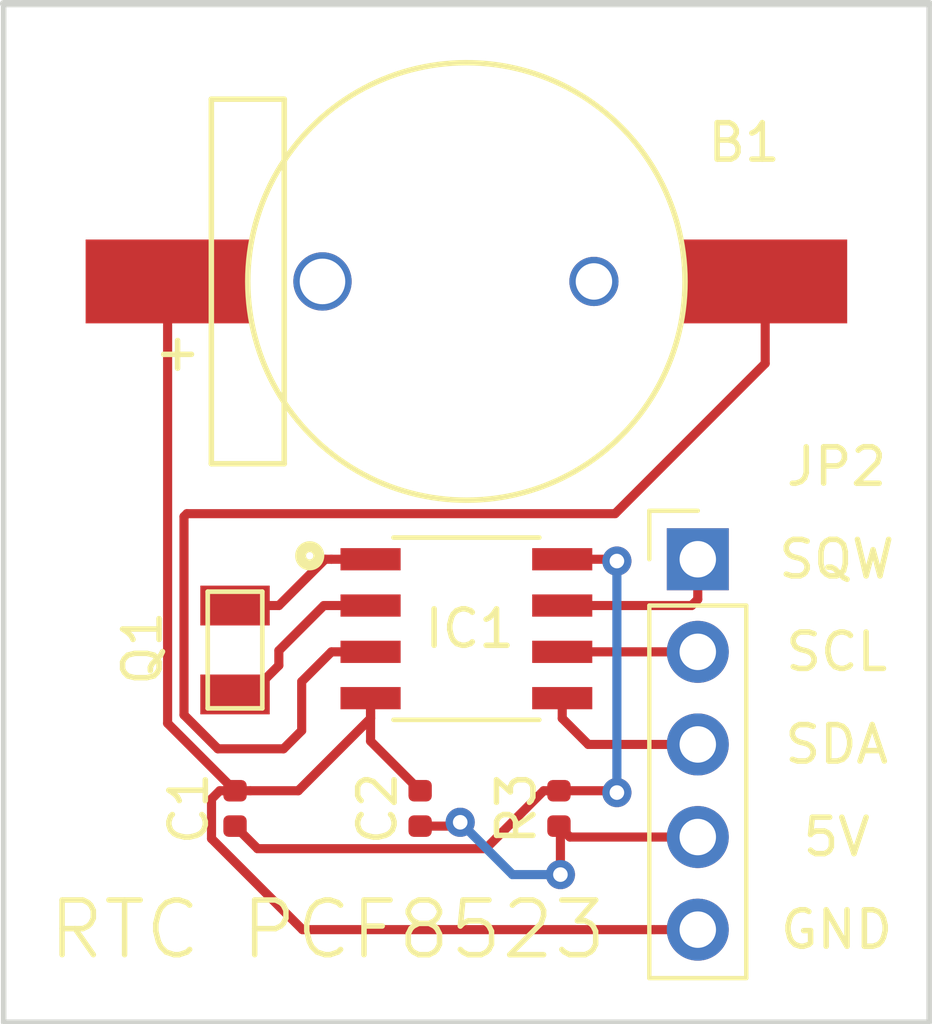
<source format=kicad_pcb>
(kicad_pcb (version 20171130) (host pcbnew "(5.0.0)")

  (general
    (thickness 1.6)
    (drawings 10)
    (tracks 66)
    (zones 0)
    (modules 7)
    (nets 10)
  )

  (page A4)
  (layers
    (0 F.Cu signal)
    (1 In1.Cu power)
    (2 In2.Cu power)
    (31 B.Cu signal)
    (32 B.Adhes user)
    (33 F.Adhes user)
    (34 B.Paste user)
    (35 F.Paste user)
    (36 B.SilkS user)
    (37 F.SilkS user)
    (38 B.Mask user)
    (39 F.Mask user)
    (40 Dwgs.User user)
    (41 Cmts.User user)
    (42 Eco1.User user)
    (43 Eco2.User user)
    (44 Edge.Cuts user)
    (45 Margin user)
    (46 B.CrtYd user hide)
    (47 F.CrtYd user hide)
    (48 B.Fab user)
    (49 F.Fab user hide)
  )

  (setup
    (last_trace_width 0.25)
    (trace_clearance 0.2)
    (zone_clearance 0.508)
    (zone_45_only no)
    (trace_min 0.2)
    (segment_width 0.2)
    (edge_width 0.15)
    (via_size 0.8)
    (via_drill 0.4)
    (via_min_size 0.4)
    (via_min_drill 0.3)
    (uvia_size 0.3)
    (uvia_drill 0.1)
    (uvias_allowed no)
    (uvia_min_size 0.2)
    (uvia_min_drill 0.1)
    (pcb_text_width 0.3)
    (pcb_text_size 1.5 1.5)
    (mod_edge_width 0.15)
    (mod_text_size 1 1)
    (mod_text_width 0.15)
    (pad_size 1.524 1.524)
    (pad_drill 0.762)
    (pad_to_mask_clearance 0.2)
    (aux_axis_origin 0 0)
    (visible_elements 7FFFFFFF)
    (pcbplotparams
      (layerselection 0x010fc_ffffffff)
      (usegerberextensions false)
      (usegerberattributes false)
      (usegerberadvancedattributes false)
      (creategerberjobfile false)
      (excludeedgelayer true)
      (linewidth 0.100000)
      (plotframeref false)
      (viasonmask false)
      (mode 1)
      (useauxorigin false)
      (hpglpennumber 1)
      (hpglpenspeed 20)
      (hpglpendiameter 15.000000)
      (psnegative false)
      (psa4output false)
      (plotreference true)
      (plotvalue true)
      (plotinvisibletext false)
      (padsonsilk false)
      (subtractmaskfromsilk false)
      (outputformat 1)
      (mirror false)
      (drillshape 1)
      (scaleselection 1)
      (outputdirectory ""))
  )

  (net 0 "")
  (net 1 GND)
  (net 2 "Net-(C1-Pad1)")
  (net 3 VCC)
  (net 4 "Net-(IC1-Pad1)")
  (net 5 "Net-(IC1-Pad2)")
  (net 6 /SDA)
  (net 7 /SCL)
  (net 8 /SQW)
  (net 9 "Net-(B1-Pad2)")

  (net_class Default "This is the default net class."
    (clearance 0.2)
    (trace_width 0.25)
    (via_dia 0.8)
    (via_drill 0.4)
    (uvia_dia 0.3)
    (uvia_drill 0.1)
    (add_net /SCL)
    (add_net /SDA)
    (add_net /SQW)
    (add_net GND)
    (add_net "Net-(B1-Pad2)")
    (add_net "Net-(C1-Pad1)")
    (add_net "Net-(IC1-Pad1)")
    (add_net "Net-(IC1-Pad2)")
    (add_net VCC)
  )

  (module SOIC127P600X175-8N:SOIC127P600X175-8N (layer F.Cu) (tedit 5BC7FE68) (tstamp 5BC80A63)
    (at 128.27 109.855)
    (path /22F7723E)
    (attr smd)
    (fp_text reference IC1 (at 0.09 0) (layer F.SilkS)
      (effects (font (size 1 1) (thickness 0.15)))
    )
    (fp_text value RTC_PCF8523T (at -1.27 4.19712) (layer F.Fab)
      (effects (font (size 1 1) (thickness 0.15)))
    )
    (fp_circle (center -4.3 -2) (end -4.2 -2) (layer Dwgs.User) (width 0.3))
    (fp_circle (center -4.3 -2) (end -4.2 -2) (layer F.SilkS) (width 0.3))
    (fp_line (start -3.71 2.75) (end -3.71 -2.75) (layer Eco1.User) (width 0.05))
    (fp_line (start 3.71 2.75) (end -3.71 2.75) (layer Eco1.User) (width 0.05))
    (fp_line (start 3.71 -2.75) (end 3.71 2.75) (layer Eco1.User) (width 0.05))
    (fp_line (start -3.71 -2.75) (end 3.71 -2.75) (layer Eco1.User) (width 0.05))
    (fp_line (start 2 2.5) (end -2 2.5) (layer F.SilkS) (width 0.127))
    (fp_line (start -2 -2.5) (end 2 -2.5) (layer F.SilkS) (width 0.127))
    (fp_line (start -2 2.5) (end -2 -2.5) (layer Dwgs.User) (width 0.127))
    (fp_line (start 2 2.5) (end -2 2.5) (layer Dwgs.User) (width 0.127))
    (fp_line (start 2 -2.5) (end 2 2.5) (layer Dwgs.User) (width 0.127))
    (fp_line (start -2 -2.5) (end 2 -2.5) (layer Dwgs.User) (width 0.127))
    (pad 8 smd rect (at 2.63 -1.905) (size 1.65 0.61) (layers F.Cu F.Paste F.Mask)
      (net 2 "Net-(C1-Pad1)"))
    (pad 7 smd rect (at 2.63 -0.635) (size 1.65 0.61) (layers F.Cu F.Paste F.Mask)
      (net 8 /SQW))
    (pad 6 smd rect (at 2.63 0.635) (size 1.65 0.61) (layers F.Cu F.Paste F.Mask)
      (net 7 /SCL))
    (pad 5 smd rect (at 2.63 1.905) (size 1.65 0.61) (layers F.Cu F.Paste F.Mask)
      (net 6 /SDA))
    (pad 4 smd rect (at -2.63 1.905) (size 1.65 0.61) (layers F.Cu F.Paste F.Mask)
      (net 1 GND))
    (pad 3 smd rect (at -2.63 0.635) (size 1.65 0.61) (layers F.Cu F.Paste F.Mask)
      (net 9 "Net-(B1-Pad2)"))
    (pad 2 smd rect (at -2.63 -0.635) (size 1.65 0.61) (layers F.Cu F.Paste F.Mask)
      (net 5 "Net-(IC1-Pad2)"))
    (pad 1 smd rect (at -2.63 -1.905) (size 1.65 0.61) (layers F.Cu F.Paste F.Mask)
      (net 4 "Net-(IC1-Pad1)"))
  )

  (module Connector_PinHeader_2.54mm:PinHeader_1x05_P2.54mm_Vertical (layer F.Cu) (tedit 5BC40ADB) (tstamp 5BBEE4A9)
    (at 134.62 107.95)
    (descr "Through hole straight pin header, 1x05, 2.54mm pitch, single row")
    (tags "Through hole pin header THT 1x05 2.54mm single row")
    (path /BAFA783C)
    (fp_text reference JP2 (at 3.81 -2.54) (layer F.SilkS)
      (effects (font (size 1 1) (thickness 0.15)))
    )
    (fp_text value HEADER-1X576MIL (at -2.54 5.08 90) (layer F.Fab)
      (effects (font (size 1 1) (thickness 0.15)))
    )
    (fp_text user %R (at 0 5.08 90) (layer F.Fab)
      (effects (font (size 1 1) (thickness 0.15)))
    )
    (fp_line (start 1.8 -1.8) (end -1.8 -1.8) (layer F.CrtYd) (width 0.05))
    (fp_line (start 1.8 11.95) (end 1.8 -1.8) (layer F.CrtYd) (width 0.05))
    (fp_line (start -1.8 11.95) (end 1.8 11.95) (layer F.CrtYd) (width 0.05))
    (fp_line (start -1.8 -1.8) (end -1.8 11.95) (layer F.CrtYd) (width 0.05))
    (fp_line (start -1.33 -1.33) (end 0 -1.33) (layer F.SilkS) (width 0.12))
    (fp_line (start -1.33 0) (end -1.33 -1.33) (layer F.SilkS) (width 0.12))
    (fp_line (start -1.33 1.27) (end 1.33 1.27) (layer F.SilkS) (width 0.12))
    (fp_line (start 1.33 1.27) (end 1.33 11.49) (layer F.SilkS) (width 0.12))
    (fp_line (start -1.33 1.27) (end -1.33 11.49) (layer F.SilkS) (width 0.12))
    (fp_line (start -1.33 11.49) (end 1.33 11.49) (layer F.SilkS) (width 0.12))
    (fp_line (start -1.27 -0.635) (end -0.635 -1.27) (layer F.Fab) (width 0.1))
    (fp_line (start -1.27 11.43) (end -1.27 -0.635) (layer F.Fab) (width 0.1))
    (fp_line (start 1.27 11.43) (end -1.27 11.43) (layer F.Fab) (width 0.1))
    (fp_line (start 1.27 -1.27) (end 1.27 11.43) (layer F.Fab) (width 0.1))
    (fp_line (start -0.635 -1.27) (end 1.27 -1.27) (layer F.Fab) (width 0.1))
    (pad 5 thru_hole oval (at 0 10.16) (size 1.7 1.7) (drill 1) (layers *.Cu *.Mask)
      (net 1 GND))
    (pad 4 thru_hole oval (at 0 7.62) (size 1.7 1.7) (drill 1) (layers *.Cu *.Mask)
      (net 3 VCC))
    (pad 3 thru_hole oval (at 0 5.08) (size 1.7 1.7) (drill 1) (layers *.Cu *.Mask)
      (net 6 /SDA))
    (pad 2 thru_hole oval (at 0 2.54) (size 1.7 1.7) (drill 1) (layers *.Cu *.Mask)
      (net 7 /SCL))
    (pad 1 thru_hole rect (at 0 0) (size 1.7 1.7) (drill 1) (layers *.Cu *.Mask)
      (net 8 /SQW))
    (model ${KISYS3DMOD}/Connector_PinHeader_2.54mm.3dshapes/PinHeader_1x05_P2.54mm_Vertical.wrl
      (at (xyz 0 0 0))
      (scale (xyz 1 1 1))
      (rotate (xyz 0 0 0))
    )
  )

  (module Capacitor_SMD:C_0402_1005Metric (layer F.Cu) (tedit 5B301BBE) (tstamp 5BC80355)
    (at 121.92 114.785 90)
    (descr "Capacitor SMD 0402 (1005 Metric), square (rectangular) end terminal, IPC_7351 nominal, (Body size source: http://www.tortai-tech.com/upload/download/2011102023233369053.pdf), generated with kicad-footprint-generator")
    (tags capacitor)
    (path /E7D47EA7)
    (attr smd)
    (fp_text reference C1 (at 0 -1.27 270) (layer F.SilkS)
      (effects (font (size 1 1) (thickness 0.15)))
    )
    (fp_text value 10uF (at 2.54 0 180) (layer F.Fab)
      (effects (font (size 1 1) (thickness 0.15)))
    )
    (fp_text user %R (at 0 0 180) (layer F.Fab)
      (effects (font (size 0.25 0.25) (thickness 0.04)))
    )
    (fp_line (start 0.93 0.47) (end -0.93 0.47) (layer F.CrtYd) (width 0.05))
    (fp_line (start 0.93 -0.47) (end 0.93 0.47) (layer F.CrtYd) (width 0.05))
    (fp_line (start -0.93 -0.47) (end 0.93 -0.47) (layer F.CrtYd) (width 0.05))
    (fp_line (start -0.93 0.47) (end -0.93 -0.47) (layer F.CrtYd) (width 0.05))
    (fp_line (start 0.5 0.25) (end -0.5 0.25) (layer F.Fab) (width 0.1))
    (fp_line (start 0.5 -0.25) (end 0.5 0.25) (layer F.Fab) (width 0.1))
    (fp_line (start -0.5 -0.25) (end 0.5 -0.25) (layer F.Fab) (width 0.1))
    (fp_line (start -0.5 0.25) (end -0.5 -0.25) (layer F.Fab) (width 0.1))
    (pad 2 smd roundrect (at 0.485 0 90) (size 0.59 0.64) (layers F.Cu F.Paste F.Mask) (roundrect_rratio 0.25)
      (net 1 GND))
    (pad 1 smd roundrect (at -0.485 0 90) (size 0.59 0.64) (layers F.Cu F.Paste F.Mask) (roundrect_rratio 0.25)
      (net 2 "Net-(C1-Pad1)"))
    (model ${KISYS3DMOD}/Capacitor_SMD.3dshapes/C_0402_1005Metric.wrl
      (at (xyz 0 0 0))
      (scale (xyz 1 1 1))
      (rotate (xyz 0 0 0))
    )
  )

  (module Capacitor_SMD:C_0402_1005Metric (layer F.Cu) (tedit 5B301BBE) (tstamp 5BC80A01)
    (at 127 114.785 90)
    (descr "Capacitor SMD 0402 (1005 Metric), square (rectangular) end terminal, IPC_7351 nominal, (Body size source: http://www.tortai-tech.com/upload/download/2011102023233369053.pdf), generated with kicad-footprint-generator")
    (tags capacitor)
    (path /8350CC17)
    (attr smd)
    (fp_text reference C2 (at 0 -1.17 90) (layer F.SilkS)
      (effects (font (size 1 1) (thickness 0.15)))
    )
    (fp_text value 10uF (at 0 1.17 90) (layer F.Fab)
      (effects (font (size 1 1) (thickness 0.15)))
    )
    (fp_line (start -0.5 0.25) (end -0.5 -0.25) (layer F.Fab) (width 0.1))
    (fp_line (start -0.5 -0.25) (end 0.5 -0.25) (layer F.Fab) (width 0.1))
    (fp_line (start 0.5 -0.25) (end 0.5 0.25) (layer F.Fab) (width 0.1))
    (fp_line (start 0.5 0.25) (end -0.5 0.25) (layer F.Fab) (width 0.1))
    (fp_line (start -0.93 0.47) (end -0.93 -0.47) (layer F.CrtYd) (width 0.05))
    (fp_line (start -0.93 -0.47) (end 0.93 -0.47) (layer F.CrtYd) (width 0.05))
    (fp_line (start 0.93 -0.47) (end 0.93 0.47) (layer F.CrtYd) (width 0.05))
    (fp_line (start 0.93 0.47) (end -0.93 0.47) (layer F.CrtYd) (width 0.05))
    (fp_text user %R (at 0 0 90) (layer F.Fab)
      (effects (font (size 0.25 0.25) (thickness 0.04)))
    )
    (pad 1 smd roundrect (at -0.485 0 90) (size 0.59 0.64) (layers F.Cu F.Paste F.Mask) (roundrect_rratio 0.25)
      (net 3 VCC))
    (pad 2 smd roundrect (at 0.485 0 90) (size 0.59 0.64) (layers F.Cu F.Paste F.Mask) (roundrect_rratio 0.25)
      (net 1 GND))
    (model ${KISYS3DMOD}/Capacitor_SMD.3dshapes/C_0402_1005Metric.wrl
      (at (xyz 0 0 0))
      (scale (xyz 1 1 1))
      (rotate (xyz 0 0 0))
    )
  )

  (module XTAL320X150X90 (layer F.Cu) (tedit 5BC7FE6E) (tstamp 5BDC50F5)
    (at 121.92 110.4392 270)
    (path /5BBEE255)
    (attr smd)
    (fp_text reference Q1 (at -0.0508 2.54 270) (layer F.SilkS)
      (effects (font (size 1.00058 1.00058) (thickness 0.15)))
    )
    (fp_text value 32.768KHz (at -3.7592 0 180) (layer F.Fab)
      (effects (font (size 1.00096 1.00096) (thickness 0.15)))
    )
    (fp_line (start -1.6002 0.7493) (end -1.6002 -0.7493) (layer F.SilkS) (width 0.127))
    (fp_line (start 1.6002 0.7493) (end -1.6002 0.7493) (layer F.SilkS) (width 0.127))
    (fp_line (start 1.6002 -0.7493) (end 1.6002 0.7493) (layer F.SilkS) (width 0.127))
    (fp_line (start -1.6002 -0.7493) (end 1.6002 -0.7493) (layer F.SilkS) (width 0.127))
    (pad 2 smd rect (at 1.2192 0 270) (size 1.0922 1.905) (layers F.Cu F.Paste F.Mask)
      (net 5 "Net-(IC1-Pad2)"))
    (pad 1 smd rect (at -1.2192 0 270) (size 1.0922 1.905) (layers F.Cu F.Paste F.Mask)
      (net 4 "Net-(IC1-Pad1)"))
  )

  (module Resistor_SMD:R_0402_1005Metric (layer F.Cu) (tedit 5B301BBD) (tstamp 5BC80253)
    (at 130.81 114.785 90)
    (descr "Resistor SMD 0402 (1005 Metric), square (rectangular) end terminal, IPC_7351 nominal, (Body size source: http://www.tortai-tech.com/upload/download/2011102023233369053.pdf), generated with kicad-footprint-generator")
    (tags resistor)
    (path /DF39756A)
    (attr smd)
    (fp_text reference R3 (at 0 -1.17 270) (layer F.SilkS)
      (effects (font (size 1 1) (thickness 0.15)))
    )
    (fp_text value 1K (at 0 1.17 90) (layer F.Fab)
      (effects (font (size 1 1) (thickness 0.15)))
    )
    (fp_text user %R (at 0 0 90) (layer F.Fab)
      (effects (font (size 0.25 0.25) (thickness 0.04)))
    )
    (fp_line (start 0.93 0.47) (end -0.93 0.47) (layer F.CrtYd) (width 0.05))
    (fp_line (start 0.93 -0.47) (end 0.93 0.47) (layer F.CrtYd) (width 0.05))
    (fp_line (start -0.93 -0.47) (end 0.93 -0.47) (layer F.CrtYd) (width 0.05))
    (fp_line (start -0.93 0.47) (end -0.93 -0.47) (layer F.CrtYd) (width 0.05))
    (fp_line (start 0.5 0.25) (end -0.5 0.25) (layer F.Fab) (width 0.1))
    (fp_line (start 0.5 -0.25) (end 0.5 0.25) (layer F.Fab) (width 0.1))
    (fp_line (start -0.5 -0.25) (end 0.5 -0.25) (layer F.Fab) (width 0.1))
    (fp_line (start -0.5 0.25) (end -0.5 -0.25) (layer F.Fab) (width 0.1))
    (pad 2 smd roundrect (at 0.485 0 90) (size 0.59 0.64) (layers F.Cu F.Paste F.Mask) (roundrect_rratio 0.25)
      (net 2 "Net-(C1-Pad1)"))
    (pad 1 smd roundrect (at -0.485 0 90) (size 0.59 0.64) (layers F.Cu F.Paste F.Mask) (roundrect_rratio 0.25)
      (net 3 VCC))
    (model ${KISYS3DMOD}/Resistor_SMD.3dshapes/R_0402_1005Metric.wrl
      (at (xyz 0 0 0))
      (scale (xyz 1 1 1))
      (rotate (xyz 0 0 0))
    )
  )

  (module Battery:S8411-45R (layer F.Cu) (tedit 5BC7FEF9) (tstamp 5BD0486F)
    (at 128.27 100.33 270)
    (path /5BBEE532)
    (fp_text reference B1 (at -3.81 -7.62 180) (layer F.SilkS)
      (effects (font (size 1 1) (thickness 0.15)))
    )
    (fp_text value CR1220 (at 0 12 270) (layer F.Fab)
      (effects (font (size 1 1) (thickness 0.15)))
    )
    (fp_circle (center 0 0) (end 6 0) (layer F.SilkS) (width 0.15))
    (fp_line (start -5 5) (end 5 5) (layer F.SilkS) (width 0.15))
    (fp_line (start 5 5) (end 5 7) (layer F.SilkS) (width 0.15))
    (fp_line (start 5 7) (end -5 7) (layer F.SilkS) (width 0.15))
    (fp_line (start -5 7) (end -5 5) (layer F.SilkS) (width 0.15))
    (fp_text user + (at 2 8 270) (layer F.SilkS)
      (effects (font (size 1 1) (thickness 0.15)))
    )
    (pad "" np_thru_hole circle (at 0 -3.5 270) (size 1.35 1.35) (drill 1) (layers *.Cu *.Mask))
    (pad "" np_thru_hole circle (at 0 3.95 270) (size 1.6 1.6) (drill 1.25) (layers *.Cu *.Mask))
    (pad 2 smd rect (at 0 -8.2 270) (size 2.3 4.5) (layers F.Cu F.Paste F.Mask)
      (net 9 "Net-(B1-Pad2)"))
    (pad 1 smd rect (at 0 8.2 270) (size 2.3 4.5) (layers F.Cu F.Paste F.Mask)
      (net 1 GND))
  )

  (gr_line (start 140.97 92.71) (end 115.57 92.71) (layer Edge.Cuts) (width 0.2))
  (gr_text "RTC PCF8523" (at 124.46 118.11) (layer F.SilkS) (tstamp 5BC80E53)
    (effects (font (size 1.5 1.5) (thickness 0.15)))
  )
  (gr_line (start 140.97 120.65) (end 140.97 92.71) (layer Edge.Cuts) (width 0.15))
  (gr_text "GND\n" (at 138.43 118.11) (layer F.SilkS) (tstamp 5BC80205)
    (effects (font (size 1 1) (thickness 0.15)))
  )
  (gr_text 5V (at 138.43 115.57) (layer F.SilkS) (tstamp 5BC80203)
    (effects (font (size 1 1) (thickness 0.15)))
  )
  (gr_text SDA (at 138.43 113.03) (layer F.SilkS) (tstamp 5BC80201)
    (effects (font (size 1 1) (thickness 0.15)))
  )
  (gr_text SCL (at 138.43 110.49) (layer F.SilkS) (tstamp 5BC801FF)
    (effects (font (size 1 1) (thickness 0.15)))
  )
  (gr_text SQW (at 138.43 107.95) (layer F.SilkS) (tstamp 5BC801F9)
    (effects (font (size 1 1) (thickness 0.15)))
  )
  (gr_line (start 115.57 120.65) (end 115.57 92.71) (layer Edge.Cuts) (width 0.15) (tstamp 5BC801AB))
  (gr_line (start 140.97 120.65) (end 115.57 120.65) (layer Edge.Cuts) (width 0.15))

  (segment (start 120.07 100.33) (end 120.07 112.45) (width 0.25) (layer F.Cu) (net 1))
  (segment (start 120.07 112.45) (end 121.92 114.3) (width 0.25) (layer F.Cu) (net 1))
  (segment (start 122.34 114.3) (end 121.92 114.3) (width 0.25) (layer F.Cu) (net 1))
  (segment (start 123.655 114.3) (end 122.34 114.3) (width 0.25) (layer F.Cu) (net 1))
  (segment (start 125.64 112.315) (end 123.655 114.3) (width 0.25) (layer F.Cu) (net 1))
  (segment (start 125.64 111.76) (end 125.64 112.315) (width 0.25) (layer F.Cu) (net 1))
  (segment (start 125.64 112.94) (end 127 114.3) (width 0.25) (layer F.Cu) (net 1))
  (segment (start 125.64 111.76) (end 125.64 112.94) (width 0.25) (layer F.Cu) (net 1))
  (segment (start 133.417919 118.11) (end 134.62 118.11) (width 0.25) (layer F.Cu) (net 1))
  (segment (start 123.771768 118.11) (end 133.417919 118.11) (width 0.25) (layer F.Cu) (net 1))
  (segment (start 121.27499 115.613222) (end 123.771768 118.11) (width 0.25) (layer F.Cu) (net 1))
  (segment (start 121.27499 114.52501) (end 121.27499 115.613222) (width 0.25) (layer F.Cu) (net 1))
  (segment (start 121.5 114.3) (end 121.27499 114.52501) (width 0.25) (layer F.Cu) (net 1))
  (segment (start 121.92 114.3) (end 121.5 114.3) (width 0.25) (layer F.Cu) (net 1))
  (segment (start 130.39 114.3) (end 130.81 114.3) (width 0.25) (layer F.Cu) (net 2))
  (segment (start 128.79999 115.89001) (end 130.39 114.3) (width 0.25) (layer F.Cu) (net 2))
  (segment (start 122.54001 115.89001) (end 128.79999 115.89001) (width 0.25) (layer F.Cu) (net 2))
  (segment (start 121.92 115.27) (end 122.54001 115.89001) (width 0.25) (layer F.Cu) (net 2))
  (segment (start 130.9 107.95) (end 131.42 107.95) (width 0.25) (layer F.Cu) (net 2))
  (via (at 132.4 108) (size 0.8) (drill 0.4) (layers F.Cu B.Cu) (net 2))
  (segment (start 131.42 107.95) (end 132.35 107.95) (width 0.25) (layer F.Cu) (net 2))
  (segment (start 132.35 107.95) (end 132.4 108) (width 0.25) (layer F.Cu) (net 2))
  (segment (start 132.4 108) (end 132.4 114.35) (width 0.25) (layer B.Cu) (net 2))
  (via (at 132.4 114.35) (size 0.8) (drill 0.4) (layers F.Cu B.Cu) (net 2))
  (segment (start 132.35 114.3) (end 132.4 114.35) (width 0.25) (layer F.Cu) (net 2))
  (segment (start 130.81 114.3) (end 132.35 114.3) (width 0.25) (layer F.Cu) (net 2))
  (via (at 128.1 115.16501) (size 0.8) (drill 0.4) (layers F.Cu B.Cu) (net 3))
  (segment (start 127 115.27) (end 127.99501 115.27) (width 0.25) (layer F.Cu) (net 3))
  (segment (start 127.99501 115.27) (end 128.1 115.16501) (width 0.25) (layer F.Cu) (net 3))
  (segment (start 128.1 115.16501) (end 129.53499 116.6) (width 0.25) (layer B.Cu) (net 3))
  (via (at 130.85 116.6) (size 0.8) (drill 0.4) (layers F.Cu B.Cu) (net 3))
  (segment (start 129.53499 116.6) (end 130.85 116.6) (width 0.25) (layer B.Cu) (net 3))
  (segment (start 130.85 115.31) (end 130.81 115.27) (width 0.25) (layer F.Cu) (net 3))
  (segment (start 130.85 116.6) (end 130.85 115.31) (width 0.25) (layer F.Cu) (net 3))
  (segment (start 131.11 115.57) (end 130.81 115.27) (width 0.25) (layer F.Cu) (net 3))
  (segment (start 134.62 115.57) (end 131.11 115.57) (width 0.25) (layer F.Cu) (net 3))
  (segment (start 124.565 107.95) (end 125.64 107.95) (width 0.25) (layer F.Cu) (net 4))
  (segment (start 124.3925 107.95) (end 124.565 107.95) (width 0.25) (layer F.Cu) (net 4))
  (segment (start 123.1225 109.22) (end 124.3925 107.95) (width 0.25) (layer F.Cu) (net 4))
  (segment (start 121.92 109.22) (end 123.1225 109.22) (width 0.25) (layer F.Cu) (net 4))
  (segment (start 122.3264 111.6584) (end 121.92 111.6584) (width 0.25) (layer F.Cu) (net 5))
  (segment (start 123.1225 110.8623) (end 122.3264 111.6584) (width 0.25) (layer F.Cu) (net 5))
  (segment (start 123.1225 110.4559) (end 123.1225 110.8623) (width 0.25) (layer F.Cu) (net 5))
  (segment (start 124.3584 109.22) (end 123.1225 110.4559) (width 0.25) (layer F.Cu) (net 5))
  (segment (start 125.64 109.22) (end 124.3584 109.22) (width 0.25) (layer F.Cu) (net 5))
  (segment (start 133.417919 113.03) (end 134.62 113.03) (width 0.25) (layer F.Cu) (net 6))
  (segment (start 131.615 113.03) (end 133.417919 113.03) (width 0.25) (layer F.Cu) (net 6))
  (segment (start 130.9 112.315) (end 131.615 113.03) (width 0.25) (layer F.Cu) (net 6))
  (segment (start 130.9 111.76) (end 130.9 112.315) (width 0.25) (layer F.Cu) (net 6))
  (segment (start 130.9 110.49) (end 134.62 110.49) (width 0.25) (layer F.Cu) (net 7))
  (segment (start 134.62 109.05) (end 134.62 107.95) (width 0.25) (layer F.Cu) (net 8))
  (segment (start 134.45 109.22) (end 134.62 109.05) (width 0.25) (layer F.Cu) (net 8))
  (segment (start 130.9 109.22) (end 134.45 109.22) (width 0.25) (layer F.Cu) (net 8))
  (segment (start 126.16 110.49) (end 125.64 110.49) (width 0.25) (layer F.Cu) (net 9))
  (segment (start 136.47 100.33) (end 136.32 100.33) (width 0.25) (layer F.Cu) (net 9))
  (segment (start 136.47 102.58) (end 136.47 100.33) (width 0.25) (layer F.Cu) (net 9))
  (segment (start 132.35 106.7) (end 136.47 102.58) (width 0.25) (layer F.Cu) (net 9))
  (segment (start 120.6 106.7) (end 132.35 106.7) (width 0.25) (layer F.Cu) (net 9))
  (segment (start 120.52001 106.77999) (end 120.6 106.7) (width 0.25) (layer F.Cu) (net 9))
  (segment (start 120.52001 112.22001) (end 120.52001 106.77999) (width 0.25) (layer F.Cu) (net 9))
  (segment (start 124.565 110.49) (end 123.75 111.305) (width 0.25) (layer F.Cu) (net 9))
  (segment (start 125.64 110.49) (end 124.565 110.49) (width 0.25) (layer F.Cu) (net 9))
  (segment (start 123.75 111.305) (end 123.75 112.65) (width 0.25) (layer F.Cu) (net 9))
  (segment (start 123.75 112.65) (end 123.25 113.15) (width 0.25) (layer F.Cu) (net 9))
  (segment (start 123.25 113.15) (end 121.45 113.15) (width 0.25) (layer F.Cu) (net 9))
  (segment (start 121.45 113.15) (end 120.52001 112.22001) (width 0.25) (layer F.Cu) (net 9))

)

</source>
